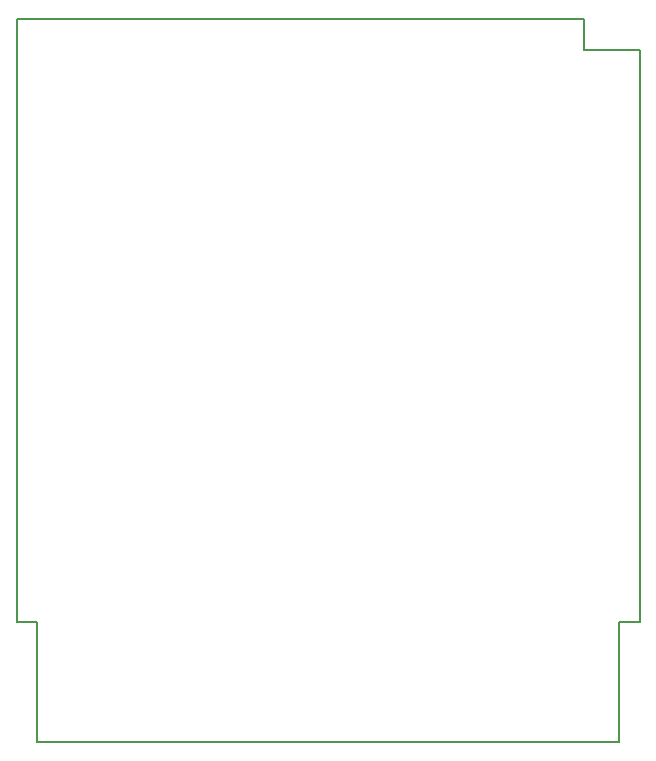
<source format=gm1>
G04 #@! TF.GenerationSoftware,KiCad,Pcbnew,9.0.3*
G04 #@! TF.CreationDate,2025-07-16T19:29:37+02:00*
G04 #@! TF.ProjectId,GameboyCartridgeV2.1,47616d65-626f-4794-9361-727472696467,rev?*
G04 #@! TF.SameCoordinates,Original*
G04 #@! TF.FileFunction,Profile,NP*
%FSLAX46Y46*%
G04 Gerber Fmt 4.6, Leading zero omitted, Abs format (unit mm)*
G04 Created by KiCad (PCBNEW 9.0.3) date 2025-07-16 19:29:37*
%MOMM*%
%LPD*%
G01*
G04 APERTURE LIST*
G04 #@! TA.AperFunction,Profile*
%ADD10C,0.150000*%
G04 #@! TD*
G04 APERTURE END LIST*
D10*
X113383038Y-113416285D02*
X113383038Y-62425958D01*
X164353038Y-123616285D02*
X164353038Y-113416285D01*
X115153038Y-123616285D02*
X164353038Y-123616285D01*
X113383038Y-62425958D02*
X161453038Y-62425958D01*
X166183038Y-65025958D02*
X161453038Y-65025958D01*
X164353038Y-113416285D02*
X166183038Y-113416285D01*
X166183038Y-113416285D02*
X166183038Y-65025958D01*
X161453038Y-62425958D02*
X161453038Y-65025958D01*
X115153038Y-113416285D02*
X113383038Y-113416285D01*
X115153038Y-123616285D02*
X115153038Y-113416285D01*
M02*

</source>
